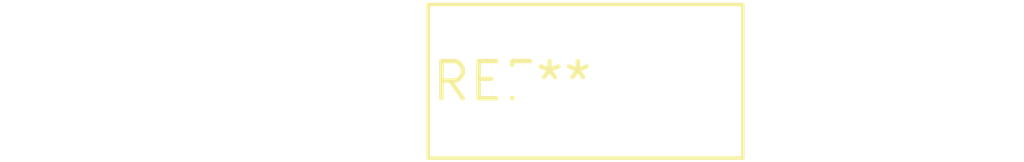
<source format=kicad_pcb>
(kicad_pcb (version 20240108) (generator pcbnew)
  (layers (0 "F.Cu" signal) (31 "B.Cu" signal) (34 "B.Paste" user) (35 "F.Paste" user) (36 "B.SilkS" user "B.Silkscreen") (37 "F.SilkS" user "F.Silkscreen") (38 "B.Mask" user) (39 "F.Mask" user) (44 "Edge.Cuts" user))
  (net 0 "")
  (footprint "C_Disc_D10.5mm_W5.0mm_P5.00mm" (layer "F.Cu") (at 0 0)
    (property "Reference" "REF**")
    (property "Value" "C_Disc_D10.5mm_W5.0mm_P5.00mm")
    (fp_line (start -2.87 -2.62) (end -2.87 2.62) (layer "F.SilkS") (stroke (width 0.12)))
    (fp_line (start -2.87 -2.62) (end 7.87 -2.62) (layer "F.SilkS") (stroke (width 0.12)))
    (fp_line (start -2.87 2.62) (end 7.87 2.62) (layer "F.SilkS") (stroke (width 0.12)))
    (fp_line (start 7.87 -2.62) (end 7.87 2.62) (layer "F.SilkS") (stroke (width 0.12)))
    (pad "1" thru_hole circle (at 0 0) (size 2 2) (drill 1) (layers *.Cu *.Mask) (remove_unused_layers))
    (pad "2" thru_hole circle (at 5 0) (size 2 2) (drill 1) (layers *.Cu *.Mask) (remove_unused_layers))
  )
)
</source>
